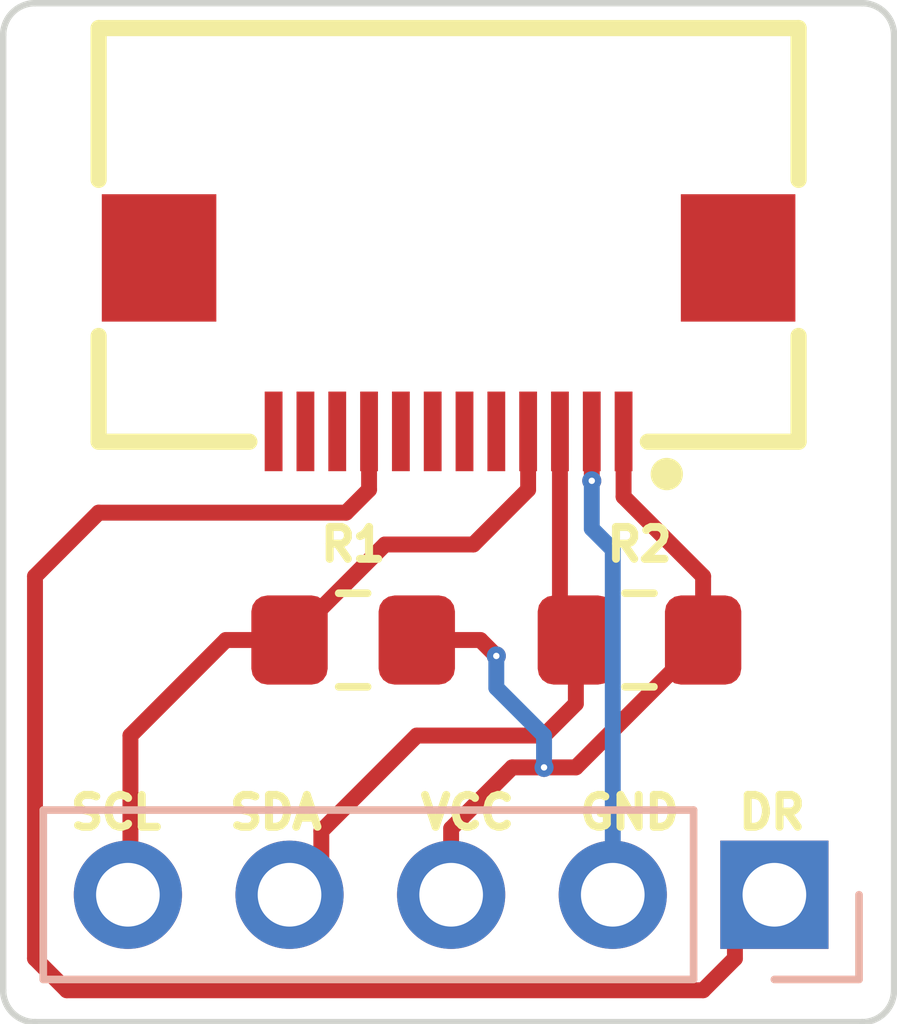
<source format=kicad_pcb>
(kicad_pcb (version 20240108) (generator "pcbnew") (generator_version "8.0")
  (layers (0 "F.Cu" signal) (31 "B.Cu" signal) (34 "B.Paste" user) (35 "F.Paste" user) (36 "B.SilkS" user "B.Silkscreen") (37 "F.SilkS" user "F.Silkscreen") (38 "B.Mask" user) (39 "F.Mask" user) (44 "Edge.Cuts" user))
  (net 0 "")
  (net 1 "gnd")
  (net 2 "vcc")
  (net 6 "DR")
  (net 11 "SDA")
  (net 12 "SCL")
  (footprint "Resistor_SMD:R_0805_2012Metric_Pad1.20x1.40mm_HandSolder" (layer "F.Cu") (at 108.4 94.05)
    (property "Reference" "R1" (at 0 -1.5 0) (layer "F.SilkS") (effects (font (size 0.5 0.5) (thickness 0.125))))
    (property "Value" "4k7")
    (fp_line (start -0.227064 -0.735) (end 0.227064 -0.735) (stroke (width 0.12)) (layer "F.SilkS"))
    (fp_line (start -0.227064 0.735) (end 0.227064 0.735) (stroke (width 0.12)) (layer "F.SilkS"))
    (pad "1" smd roundrect (at -1 0) (size 1.2 1.4) (layers "F.Cu" "F.Paste" "F.Mask") (roundrect_rratio 0.208333) (net 12 "SCL"))
    (pad "2" smd roundrect (at 1 0) (size 1.2 1.4) (layers "F.Cu" "F.Paste" "F.Mask") (roundrect_rratio 0.208333) (net 2 "vcc"))
  )
  (footprint "Resistor_SMD:R_0805_2012Metric_Pad1.20x1.40mm_HandSolder" (layer "F.Cu") (at 112.9 94.05)
    (property "Reference" "R2" (at 0 -1.5 0) (layer "F.SilkS") (effects (font (size 0.5 0.5) (thickness 0.125))))
    (property "Value" "4k7")
    (fp_line (start -0.227064 -0.735) (end 0.227064 -0.735) (stroke (width 0.12)) (layer "F.SilkS"))
    (fp_line (start -0.227064 0.735) (end 0.227064 0.735) (stroke (width 0.12)) (layer "F.SilkS"))
    (pad "1" smd roundrect (at -1 0) (size 1.2 1.4) (layers "F.Cu" "F.Paste" "F.Mask") (roundrect_rratio 0.208333) (net 11 "SDA"))
    (pad "2" smd roundrect (at 1 0) (size 1.2 1.4) (layers "F.Cu" "F.Paste" "F.Mask") (roundrect_rratio 0.208333) (net 2 "vcc"))
  )
  (footprint "minimal-ffc-i2c:FPC-SMD_FPC05012-09200-.5mm-rev" (layer "F.Cu") (at 109.9 89.412 180)
    (property "Reference" "J2" (hide yes))
    (property "Value" "Conn_01x12_Female" (hide yes))
    (fp_line (start 5.5 4.971) (end 5.5 2.588) (stroke (width 0.254)) (layer "F.SilkS"))
    (fp_line (start 5.5 4.971) (end -5.5 4.971) (stroke (width 0.254)) (layer "F.SilkS"))
    (fp_line (start 5.5 0.137) (end 5.5 -1.524) (stroke (width 0.254)) (layer "F.SilkS"))
    (fp_line (start 5.5 -1.524) (end 3.131 -1.524) (stroke (width 0.254)) (layer "F.SilkS"))
    (fp_line (start -5.5 4.971) (end -5.5 2.588) (stroke (width 0.254)) (layer "F.SilkS"))
    (fp_line (start -5.5 0.137) (end -5.5 -1.524) (stroke (width 0.254)) (layer "F.SilkS"))
    (fp_line (start -5.5 -1.524) (end -3.131 -1.524) (stroke (width 0.254)) (layer "F.SilkS"))
    (fp_circle (center -3.429 -2.032) (end -3.302 -2.032) (stroke (width 0.254)) (fill none) (layer "F.SilkS"))
    (pad "1" smd rect (at -2.75 -1.362 180) (size 0.28 1.25) (layers "F.Cu" "F.Paste" "F.Mask") (net 2 "vcc"))
    (pad "2" smd rect (at -2.25 -1.362 180) (size 0.28 1.25) (layers "F.Cu" "F.Paste" "F.Mask") (net 1 "gnd"))
    (pad "3" smd rect (at -1.75 -1.362 180) (size 0.28 1.25) (layers "F.Cu" "F.Paste" "F.Mask") (net 11 "SDA"))
    (pad "4" smd rect (at -1.25 -1.362 180) (size 0.28 1.25) (layers "F.Cu" "F.Paste" "F.Mask") (net 12 "SCL"))
    (pad "5" smd rect (at -0.75 -1.362 180) (size 0.28 1.25) (layers "F.Cu" "F.Paste" "F.Mask"))
    (pad "6" smd rect (at -0.25 -1.362 180) (size 0.28 1.25) (layers "F.Cu" "F.Paste" "F.Mask"))
    (pad "7" smd rect (at 0.25 -1.362 180) (size 0.28 1.25) (layers "F.Cu" "F.Paste" "F.Mask"))
    (pad "8" smd rect (at 0.75 -1.362 180) (size 0.28 1.25) (layers "F.Cu" "F.Paste" "F.Mask"))
    (pad "9" smd rect (at 1.25 -1.362 180) (size 0.28 1.25) (layers "F.Cu" "F.Paste" "F.Mask") (net 6 "DR"))
    (pad "10" smd rect (at 1.75 -1.362 180) (size 0.28 1.25) (layers "F.Cu" "F.Paste" "F.Mask"))
    (pad "11" smd rect (at 2.25 -1.362 180) (size 0.28 1.25) (layers "F.Cu" "F.Paste" "F.Mask"))
    (pad "12" smd rect (at 2.75 -1.362 180) (size 0.28 1.25) (layers "F.Cu" "F.Paste" "F.Mask"))
    (pad "13" smd rect (at 4.55 1.362 180) (size 1.8 2) (layers "F.Cu" "F.Paste" "F.Mask"))
    (pad "14" smd rect (at -4.55 1.362 180) (size 1.8 2) (layers "F.Cu" "F.Paste" "F.Mask"))
  )
  (footprint "Connector_PinHeader_2.54mm:PinHeader_1x05_P2.54mm_Vertical" (layer "B.Cu") (at 115.02 98.05 90)
    (property "Reference" "J3" (hide yes))
    (property "Value" "Conn_01x05_Socket" (hide yes))
    (fp_line (start 1.33 -11.49) (end -1.33 -11.49) (stroke (width 0.12)) (layer "B.SilkS"))
    (fp_line (start 1.33 -11.49) (end 1.33 -1.27) (stroke (width 0.12)) (layer "B.SilkS"))
    (fp_line (start -1.33 -11.49) (end -1.33 -1.27) (stroke (width 0.12)) (layer "B.SilkS"))
    (fp_line (start 1.33 -1.27) (end -1.33 -1.27) (stroke (width 0.12)) (layer "B.SilkS"))
    (fp_line (start 0 1.33) (end -1.33 1.33) (stroke (width 0.12)) (layer "B.SilkS"))
    (fp_line (start -1.33 1.33) (end -1.33 0) (stroke (width 0.12)) (layer "B.SilkS"))
    (pad "1" thru_hole rect (at 0 0 90) (size 1.7 1.7) (drill 1) (layers "*.Cu" "*.Mask") (net 6 "DR"))
    (pad "2" thru_hole oval (at 0 -2.54 90) (size 1.7 1.7) (drill 1) (layers "*.Cu" "*.Mask") (net 1 "gnd"))
    (pad "3" thru_hole oval (at 0 -5.08 90) (size 1.7 1.7) (drill 1) (layers "*.Cu" "*.Mask") (net 2 "vcc"))
    (pad "4" thru_hole oval (at 0 -7.62 90) (size 1.7 1.7) (drill 1) (layers "*.Cu" "*.Mask") (net 11 "SDA"))
    (pad "5" thru_hole oval (at 0 -10.16 90) (size 1.7 1.7) (drill 1) (layers "*.Cu" "*.Mask") (net 12 "SCL"))
  )
  (gr_arc (start 103.4 100.05) (mid 103.046447 99.903553) (end 102.9 99.55) (stroke (width 0.1)) (layer "Edge.Cuts"))
  (gr_line (start 103.4 84.05) (end 116.4 84.05) (stroke (width 0.1)) (layer "Edge.Cuts"))
  (gr_line (start 102.9 99.55) (end 102.9 84.55) (stroke (width 0.1)) (layer "Edge.Cuts"))
  (gr_arc (start 116.9 99.55) (mid 116.753553 99.903553) (end 116.4 100.05) (stroke (width 0.1)) (layer "Edge.Cuts"))
  (gr_arc (start 102.9 84.55) (mid 103.046447 84.196447) (end 103.4 84.05) (stroke (width 0.1)) (layer "Edge.Cuts"))
  (gr_line (start 116.9 84.55) (end 116.9 99.55) (stroke (width 0.1)) (layer "Edge.Cuts"))
  (gr_line (start 116.4 100.05) (end 103.4 100.05) (stroke (width 0.1)) (layer "Edge.Cuts"))
  (gr_arc (start 116.4 84.05) (mid 116.753553 84.196447) (end 116.9 84.55) (stroke (width 0.1)) (layer "Edge.Cuts"))
  (gr_text "SCL" (at 103.9 97.05 0) (layer "F.SilkS") (effects (font (size 0.5 0.5) (thickness 0.125)) (justify left bottom)))
  (gr_text "SDA" (at 106.4 97.05 0) (layer "F.SilkS") (effects (font (size 0.5 0.5) (thickness 0.125)) (justify left bottom)))
  (gr_text "VCC" (at 109.4 97.05 0) (layer "F.SilkS") (effects (font (size 0.5 0.5) (thickness 0.125)) (justify left bottom)))
  (gr_text "DR" (at 114.4 97.05 0) (layer "F.SilkS") (effects (font (size 0.5 0.5) (thickness 0.125)) (justify left bottom)))
  (gr_text "GND" (at 111.9 97.05 0) (layer "F.SilkS") (effects (font (size 0.5 0.5) (thickness 0.125)) (justify left bottom)))
  (segment (start 112.15 91.55) (end 112.15 90.774) (width 0.25) (layer "F.Cu") (net 1))
  (via (at 112.15 91.55) (size 0.3) (drill 0.1) (layers "F.Cu" "B.Cu") (net 1))
  (segment (start 112.15 92.3) (end 112.48 92.63) (width 0.25) (layer "B.Cu") (net 1))
  (segment (start 112.48 92.63) (end 112.48 97.47) (width 0.25) (layer "B.Cu") (net 1))
  (segment (start 112.15 91.55) (end 112.15 92.3) (width 0.25) (layer "B.Cu") (net 1))
  (segment (start 110.9 96.05) (end 109.94 97.01) (width 0.25) (layer "F.Cu") (net 2))
  (segment (start 110.4 94.05) (end 109.4 94.05) (width 0.25) (layer "F.Cu") (net 2))
  (segment (start 109.94 97.01) (end 109.94 98.05) (width 0.25) (layer "F.Cu") (net 2))
  (segment (start 113.9 93.05) (end 113.9 94.05) (width 0.25) (layer "F.Cu") (net 2))
  (segment (start 112.65 91.8) (end 113.9 93.05) (width 0.25) (layer "F.Cu") (net 2))
  (segment (start 111.4 96.05) (end 110.9 96.05) (width 0.25) (layer "F.Cu") (net 2))
  (segment (start 111.9 96.05) (end 111.4 96.05) (width 0.25) (layer "F.Cu") (net 2))
  (segment (start 110.65 94.3) (end 110.4 94.05) (width 0.25) (layer "F.Cu") (net 2))
  (segment (start 112.65 90.774) (end 112.65 91.8) (width 0.25) (layer "F.Cu") (net 2))
  (segment (start 113.9 94.05) (end 111.9 96.05) (width 0.25) (layer "F.Cu") (net 2))
  (via (at 110.65 94.3) (size 0.3) (drill 0.1) (layers "F.Cu" "B.Cu") (net 2))
  (via (at 111.4 96.05) (size 0.3) (drill 0.1) (layers "F.Cu" "B.Cu") (net 2))
  (segment (start 110.65 94.8) (end 111.4 95.55) (width 0.25) (layer "B.Cu") (net 2))
  (segment (start 111.4 95.55) (end 111.4 96.05) (width 0.25) (layer "B.Cu") (net 2))
  (segment (start 110.65 94.3) (end 110.65 94.8) (width 0.25) (layer "B.Cu") (net 2))
  (segment (start 104.4 92.05) (end 103.4 93.05) (width 0.25) (layer "F.Cu") (net 6))
  (segment (start 108.65 90.774) (end 108.65 91.689) (width 0.25) (layer "F.Cu") (net 6))
  (segment (start 103.4 93.05) (end 103.4 99.05) (width 0.25) (layer "F.Cu") (net 6))
  (segment (start 103.9 99.55) (end 113.9 99.55) (width 0.25) (layer "F.Cu") (net 6))
  (segment (start 114.4 98.67) (end 115.02 98.05) (width 0.25) (layer "F.Cu") (net 6))
  (segment (start 108.65 91.689) (end 108.289 92.05) (width 0.25) (layer "F.Cu") (net 6))
  (segment (start 103.4 99.05) (end 103.9 99.55) (width 0.25) (layer "F.Cu") (net 6))
  (segment (start 108.289 92.05) (end 104.4 92.05) (width 0.25) (layer "F.Cu") (net 6))
  (segment (start 113.9 99.55) (end 114.4 99.05) (width 0.25) (layer "F.Cu") (net 6))
  (segment (start 114.4 99.05) (end 114.4 98.67) (width 0.25) (layer "F.Cu") (net 6))
  (segment (start 111.9 95.05) (end 111.4 95.55) (width 0.25) (layer "F.Cu") (net 11))
  (segment (start 107.9 97.05) (end 107.9 98.05) (width 0.25) (layer "F.Cu") (net 11))
  (segment (start 109.4 95.55) (end 107.9 97.05) (width 0.25) (layer "F.Cu") (net 11))
  (segment (start 111.65 93.8) (end 111.9 94.05) (width 0.25) (layer "F.Cu") (net 11))
  (segment (start 111.4 95.55) (end 109.4 95.55) (width 0.25) (layer "F.Cu") (net 11))
  (segment (start 111.9 94.05) (end 111.9 95.05) (width 0.25) (layer "F.Cu") (net 11))
  (segment (start 111.65 90.774) (end 111.65 93.8) (width 0.25) (layer "F.Cu") (net 11))
  (segment (start 107.4 94.05) (end 106.4 94.05) (width 0.25) (layer "F.Cu") (net 12))
  (segment (start 111.15 91.689) (end 110.289 92.55) (width 0.25) (layer "F.Cu") (net 12))
  (segment (start 111.15 90.774) (end 111.15 91.689) (width 0.25) (layer "F.Cu") (net 12))
  (segment (start 110.289 92.55) (end 108.9 92.55) (width 0.25) (layer "F.Cu") (net 12))
  (segment (start 106.4 94.05) (end 104.9 95.55) (width 0.25) (layer "F.Cu") (net 12))
  (segment (start 104.9 95.55) (end 104.9 98.01) (width 0.25) (layer "F.Cu") (net 12))
  (segment (start 108.9 92.55) (end 107.4 94.05) (width 0.25) (layer "F.Cu") (net 12))
  (segment (start 104.9 98.01) (end 104.86 98.05) (width 0.25) (layer "F.Cu") (net 12))
)
</source>
